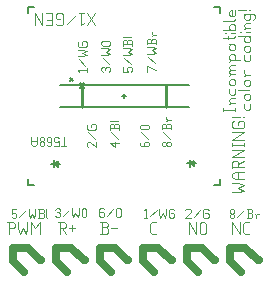
<source format=gbr>
G04 start of page 10 for group -4079 idx -4079 *
G04 Title: (unknown), topsilk *
G04 Creator: pcb 4.2.0 *
G04 CreationDate: Mon Aug 31 02:34:49 2020 UTC *
G04 For: commonadmin *
G04 Format: Gerber/RS-274X *
G04 PCB-Dimensions (mil): 1000.00 1100.00 *
G04 PCB-Coordinate-Origin: lower left *
%MOIN*%
%FSLAX25Y25*%
%LNTOPSILK*%
%ADD106C,0.0250*%
%ADD105C,0.0100*%
%ADD104C,0.0050*%
%ADD103C,0.0040*%
%ADD102C,0.0030*%
%ADD101C,0.0060*%
G54D101*X30753Y72762D02*X29178Y74337D01*
X30753D02*X29178Y72762D01*
G54D102*X23092Y53394D02*X24592D01*
X23842Y56394D02*Y53394D01*
X20692D02*X22192D01*
Y54894D02*Y53394D01*
Y54894D02*X21817Y54519D01*
X21067D02*X21817D01*
X21067D02*X20692Y54894D01*
Y56019D02*Y54894D01*
X21067Y56394D02*X20692Y56019D01*
X21067Y56394D02*X21817D01*
X22192Y56019D02*X21817Y56394D01*
X18667Y53394D02*X18292Y53769D01*
X18667Y53394D02*X19417D01*
X19792Y53769D02*X19417Y53394D01*
X19792Y56019D02*Y53769D01*
Y56019D02*X19417Y56394D01*
X18667Y54744D02*X18292Y55119D01*
X18667Y54744D02*X19792D01*
X18667Y56394D02*X19417D01*
X18667D02*X18292Y56019D01*
Y55119D01*
X17392Y56019D02*X17017Y56394D01*
X17392Y56019D02*Y55419D01*
X16867Y54894D01*
X16417D02*X16867D01*
X16417D02*X15892Y55419D01*
Y56019D02*Y55419D01*
X16267Y56394D02*X15892Y56019D01*
X16267Y56394D02*X17017D01*
X17392Y54369D02*X16867Y54894D01*
X17392Y54369D02*Y53769D01*
X17017Y53394D01*
X16267D02*X17017D01*
X16267D02*X15892Y53769D01*
Y54369D02*Y53769D01*
X16417Y54894D02*X15892Y54369D01*
X14992Y56394D02*Y54144D01*
X14467Y53394D01*
X13642D02*X14467D01*
X13642D02*X13117Y54144D01*
Y56394D02*Y54144D01*
Y54894D02*X14992D01*
X31957Y52900D02*X31582Y53275D01*
Y54400D02*Y53275D01*
Y54400D02*X31957Y54775D01*
X32707D01*
X34582Y52900D02*X32707Y54775D01*
X34582D02*Y52900D01*
X34207Y55675D02*X31957Y57925D01*
X31582Y60325D02*X31957Y60700D01*
X31582Y60325D02*Y59200D01*
X31957Y58825D02*X31582Y59200D01*
X31957Y58825D02*X34207D01*
X34582Y59200D01*
Y60325D02*Y59200D01*
Y60325D02*X34207Y60700D01*
X33457D02*X34207D01*
X33082Y60325D02*X33457Y60700D01*
X33082Y60325D02*Y59575D01*
X41114Y52900D02*X39239Y54400D01*
X41114Y54775D02*Y52900D01*
X39239Y54400D02*X42239D01*
X41864Y55675D02*X39614Y57925D01*
X42239Y60325D02*Y58825D01*
Y60325D02*X41864Y60700D01*
X40964D02*X41864D01*
X40589Y60325D02*X40964Y60700D01*
X40589Y60325D02*Y59200D01*
X39239D02*X42239D01*
X39239Y60325D02*Y58825D01*
Y60325D02*X39614Y60700D01*
X40214D01*
X40589Y60325D02*X40214Y60700D01*
X39239Y61600D02*X41864D01*
X42239Y61975D01*
X49397Y54418D02*X49772Y54793D01*
X49397Y54418D02*Y53668D01*
X49772Y53293D02*X49397Y53668D01*
X49772Y53293D02*X52022D01*
X52397Y53668D01*
X50747Y54418D02*X51122Y54793D01*
X50747Y54418D02*Y53293D01*
X52397Y54418D02*Y53668D01*
Y54418D02*X52022Y54793D01*
X51122D02*X52022D01*
Y55693D02*X49772Y57943D01*
Y58843D02*X52022D01*
X49772D02*X49397Y59218D01*
Y59968D02*Y59218D01*
Y59968D02*X49772Y60343D01*
X52022D01*
X52397Y59968D02*X52022Y60343D01*
X52397Y59968D02*Y59218D01*
X52022Y58843D02*X52397Y59218D01*
X59286Y53293D02*X59661Y53668D01*
X58686Y53293D02*X59286D01*
X58686D02*X58161Y53818D01*
Y54268D02*Y53818D01*
Y54268D02*X58686Y54793D01*
X59286D01*
X59661Y54418D02*X59286Y54793D01*
X59661Y54418D02*Y53668D01*
X57636Y53293D02*X58161Y53818D01*
X57036Y53293D02*X57636D01*
X57036D02*X56661Y53668D01*
Y54418D02*Y53668D01*
Y54418D02*X57036Y54793D01*
X57636D01*
X58161Y54268D02*X57636Y54793D01*
X59286Y55693D02*X57036Y57943D01*
X59661Y60343D02*Y58843D01*
Y60343D02*X59286Y60718D01*
X58386D02*X59286D01*
X58011Y60343D02*X58386Y60718D01*
X58011Y60343D02*Y59218D01*
X56661D02*X59661D01*
X56661Y60343D02*Y58843D01*
Y60343D02*X57036Y60718D01*
X57636D01*
X58011Y60343D02*X57636Y60718D01*
X58536Y61993D02*X59661D01*
X58536D02*X58161Y62368D01*
Y63118D02*Y62368D01*
Y61618D02*X58536Y61993D01*
G54D103*X80000Y28000D02*Y24000D01*
Y28000D02*X82500Y24000D01*
Y28000D02*Y24000D01*
X84400D02*X85700D01*
X83700Y24700D02*X84400Y24000D01*
X83700Y27300D02*Y24700D01*
Y27300D02*X84400Y28000D01*
X85700D01*
G54D102*X79293Y29714D02*X79668Y29339D01*
X79293Y30314D02*Y29714D01*
Y30314D02*X79818Y30839D01*
X80268D01*
X80793Y30314D01*
Y29714D01*
X80418Y29339D02*X80793Y29714D01*
X79668Y29339D02*X80418D01*
X79293Y31364D02*X79818Y30839D01*
X79293Y31964D02*Y31364D01*
Y31964D02*X79668Y32339D01*
X80418D01*
X80793Y31964D01*
Y31364D01*
X80268Y30839D02*X80793Y31364D01*
X81693Y29714D02*X83943Y31964D01*
X84843Y29339D02*X86343D01*
X86718Y29714D01*
Y30614D02*Y29714D01*
X86343Y30989D02*X86718Y30614D01*
X85218Y30989D02*X86343D01*
X85218Y32339D02*Y29339D01*
X84843Y32339D02*X86343D01*
X86718Y31964D01*
Y31364D01*
X86343Y30989D02*X86718Y31364D01*
X87993Y30464D02*Y29339D01*
Y30464D02*X88368Y30839D01*
X89118D01*
X87618D02*X87993Y30464D01*
G54D103*X80000Y38000D02*X82000D01*
X84000Y38500D01*
X82000Y39500D01*
X84000Y40500D01*
X82000Y41000D01*
X80000D02*X82000D01*
X81000Y42200D02*X84000D01*
X81000D02*X80000Y42900D01*
Y44000D02*Y42900D01*
Y44000D02*X81000Y44700D01*
X84000D01*
X82000D02*Y42200D01*
X80000Y47900D02*Y45900D01*
Y47900D02*X80500Y48400D01*
X81500D01*
X82000Y47900D02*X81500Y48400D01*
X82000Y47900D02*Y46400D01*
X80000D02*X84000D01*
X82000Y47200D02*X84000Y48400D01*
X80000Y49600D02*X84000D01*
X80000D02*X84000Y52100D01*
X80000D02*X84000D01*
X80000Y54300D02*Y53300D01*
Y53800D02*X84000D01*
Y54300D02*Y53300D01*
X80000Y55500D02*X84000D01*
X80000D02*X84000Y58000D01*
X80000D02*X84000D01*
X80000Y61200D02*X80500Y61700D01*
X80000Y61200D02*Y59700D01*
X80500Y59200D02*X80000Y59700D01*
X80500Y59200D02*X83500D01*
X84000Y59700D01*
Y61200D02*Y59700D01*
Y61200D02*X83500Y61700D01*
X82500D02*X83500D01*
X82000Y61200D02*X82500Y61700D01*
X82000Y61200D02*Y60200D01*
X83500Y62900D02*X84000D01*
X80000D02*X82500D01*
X65500Y28000D02*Y24000D01*
Y28000D02*X68000Y24000D01*
Y28000D02*Y24000D01*
X69200Y27500D02*Y24500D01*
Y27500D02*X69700Y28000D01*
X70700D01*
X71200Y27500D01*
Y24500D01*
X70700Y24000D02*X71200Y24500D01*
X69700Y24000D02*X70700D01*
X69200Y24500D02*X69700Y24000D01*
X53200D02*X54500D01*
X52500Y24700D02*X53200Y24000D01*
X52500Y27300D02*Y24700D01*
Y27300D02*X53200Y28000D01*
X54500D01*
X36000Y24000D02*X38000D01*
X38500Y24500D01*
Y25700D02*Y24500D01*
X38000Y26200D02*X38500Y25700D01*
X36500Y26200D02*X38000D01*
X36500Y28000D02*Y24000D01*
X36000Y28000D02*X38000D01*
X38500Y27500D01*
Y26700D01*
X38000Y26200D02*X38500Y26700D01*
X39700Y26000D02*X41700D01*
X22000Y28000D02*X24000D01*
X24500Y27500D01*
Y26500D01*
X24000Y26000D02*X24500Y26500D01*
X22500Y26000D02*X24000D01*
X22500Y28000D02*Y24000D01*
X23300Y26000D02*X24500Y24000D01*
X25700Y26000D02*X27700D01*
X26700Y27000D02*Y25000D01*
X5500Y28000D02*Y24000D01*
X5000Y28000D02*X7000D01*
X7500Y27500D01*
Y26500D01*
X7000Y26000D02*X7500Y26500D01*
X5500Y26000D02*X7000D01*
X8700Y28000D02*Y26000D01*
X9200Y24000D01*
X10200Y26000D01*
X11200Y24000D01*
X11700Y26000D01*
Y28000D02*Y26000D01*
X12900Y28000D02*Y24000D01*
Y28000D02*X14400Y26000D01*
X15900Y28000D01*
Y24000D01*
G54D102*X21136Y32161D02*X21511Y32536D01*
X22261D01*
X22636Y32161D01*
X22261Y29536D02*X22636Y29911D01*
X21511Y29536D02*X22261D01*
X21136Y29911D02*X21511Y29536D01*
Y31186D02*X22261D01*
X22636Y32161D02*Y31561D01*
Y30811D02*Y29911D01*
Y30811D02*X22261Y31186D01*
X22636Y31561D02*X22261Y31186D01*
X23536Y29911D02*X25786Y32161D01*
X26686Y32536D02*Y31036D01*
X27061Y29536D01*
X27811Y31036D01*
X28561Y29536D01*
X28936Y31036D01*
Y32536D02*Y31036D01*
X29836Y32161D02*Y29911D01*
Y32161D02*X30211Y32536D01*
X30961D01*
X31336Y32161D01*
Y29911D01*
X30961Y29536D02*X31336Y29911D01*
X30211Y29536D02*X30961D01*
X29836Y29911D02*X30211Y29536D01*
X6636Y32272D02*X8136D01*
X6636D02*Y30772D01*
X7011Y31147D01*
X7761D01*
X8136Y30772D01*
Y29647D01*
X7761Y29272D02*X8136Y29647D01*
X7011Y29272D02*X7761D01*
X6636Y29647D02*X7011Y29272D01*
X9036Y29647D02*X11286Y31897D01*
X12186Y32272D02*Y30772D01*
X12561Y29272D01*
X13311Y30772D01*
X14061Y29272D01*
X14436Y30772D01*
Y32272D02*Y30772D01*
X15336Y29272D02*X16836D01*
X17211Y29647D01*
Y30547D02*Y29647D01*
X16836Y30922D02*X17211Y30547D01*
X15711Y30922D02*X16836D01*
X15711Y32272D02*Y29272D01*
X15336Y32272D02*X16836D01*
X17211Y31897D01*
Y31297D01*
X16836Y30922D02*X17211Y31297D01*
X18111Y32272D02*Y29647D01*
X18486Y29272D01*
X36918Y32603D02*X37293Y32228D01*
X36168Y32603D02*X36918D01*
X35793Y32228D02*X36168Y32603D01*
X35793Y32228D02*Y29978D01*
X36168Y29603D01*
X36918Y31253D02*X37293Y30878D01*
X35793Y31253D02*X36918D01*
X36168Y29603D02*X36918D01*
X37293Y29978D01*
Y30878D02*Y29978D01*
X38193D02*X40443Y32228D01*
X41343D02*Y29978D01*
Y32228D02*X41718Y32603D01*
X42468D01*
X42843Y32228D01*
Y29978D01*
X42468Y29603D02*X42843Y29978D01*
X41718Y29603D02*X42468D01*
X41343Y29978D02*X41718Y29603D01*
X50577Y31889D02*X51177Y32489D01*
Y29489D01*
X50577D02*X51702D01*
X52602Y29864D02*X54852Y32114D01*
X55752Y32489D02*Y30989D01*
X56127Y29489D01*
X56877Y30989D01*
X57627Y29489D01*
X58002Y30989D01*
Y32489D02*Y30989D01*
X60402Y32489D02*X60777Y32114D01*
X59277Y32489D02*X60402D01*
X58902Y32114D02*X59277Y32489D01*
X58902Y32114D02*Y29864D01*
X59277Y29489D01*
X60402D01*
X60777Y29864D01*
Y30614D02*Y29864D01*
X60402Y30989D02*X60777Y30614D01*
X59652Y30989D02*X60402D01*
X64400Y32043D02*X64775Y32418D01*
X65900D01*
X66275Y32043D01*
Y31293D01*
X64400Y29418D02*X66275Y31293D01*
X64400Y29418D02*X66275D01*
X67175Y29793D02*X69425Y32043D01*
X71825Y32418D02*X72200Y32043D01*
X70700Y32418D02*X71825D01*
X70325Y32043D02*X70700Y32418D01*
X70325Y32043D02*Y29793D01*
X70700Y29418D01*
X71825D01*
X72200Y29793D01*
Y30543D02*Y29793D01*
X71825Y30918D02*X72200Y30543D01*
X71075Y30918D02*X71825D01*
X29111Y78077D02*X28511Y78677D01*
X31511D01*
Y79202D02*Y78077D01*
X31136Y80102D02*X28886Y82352D01*
X28511Y83252D02*X30011D01*
X31511Y83627D01*
X30011Y84377D01*
X31511Y85127D01*
X30011Y85502D01*
X28511D02*X30011D01*
X28511Y87902D02*X28886Y88277D01*
X28511Y87902D02*Y86777D01*
X28886Y86402D02*X28511Y86777D01*
X28886Y86402D02*X31136D01*
X31511Y86777D01*
Y87902D02*Y86777D01*
Y87902D02*X31136Y88277D01*
X30386D02*X31136D01*
X30011Y87902D02*X30386Y88277D01*
X30011Y87902D02*Y87152D01*
X36839Y78136D02*X36464Y78511D01*
Y79261D02*Y78511D01*
Y79261D02*X36839Y79636D01*
X39464Y79261D02*X39089Y79636D01*
X39464Y79261D02*Y78511D01*
X39089Y78136D02*X39464Y78511D01*
X37814Y79261D02*Y78511D01*
X36839Y79636D02*X37439D01*
X38189D02*X39089D01*
X38189D02*X37814Y79261D01*
X37439Y79636D02*X37814Y79261D01*
X39089Y80536D02*X36839Y82786D01*
X36464Y83686D02*X37964D01*
X39464Y84061D01*
X37964Y84811D01*
X39464Y85561D01*
X37964Y85936D01*
X36464D02*X37964D01*
X36839Y86836D02*X39089D01*
X36839D02*X36464Y87211D01*
Y87961D02*Y87211D01*
Y87961D02*X36839Y88336D01*
X39089D01*
X39464Y87961D02*X39089Y88336D01*
X39464Y87961D02*Y87211D01*
X39089Y86836D02*X39464Y87211D01*
X43728Y79636D02*Y78136D01*
X45228D01*
X44853Y78511D01*
Y79261D02*Y78511D01*
Y79261D02*X45228Y79636D01*
X46353D01*
X46728Y79261D02*X46353Y79636D01*
X46728Y79261D02*Y78511D01*
X46353Y78136D02*X46728Y78511D01*
X46353Y80536D02*X44103Y82786D01*
X43728Y83686D02*X45228D01*
X46728Y84061D01*
X45228Y84811D01*
X46728Y85561D01*
X45228Y85936D01*
X43728D02*X45228D01*
X46728Y88336D02*Y86836D01*
Y88336D02*X46353Y88711D01*
X45453D02*X46353D01*
X45078Y88336D02*X45453Y88711D01*
X45078Y88336D02*Y87211D01*
X43728D02*X46728D01*
X43728Y88336D02*Y86836D01*
Y88336D02*X44103Y88711D01*
X44703D01*
X45078Y88336D02*X44703Y88711D01*
X43728Y89611D02*X46353D01*
X46728Y89986D01*
X54779Y78511D02*X51779Y80011D01*
Y78136D01*
X54404Y80911D02*X52154Y83161D01*
X51779Y84061D02*X53279D01*
X54779Y84436D01*
X53279Y85186D01*
X54779Y85936D01*
X53279Y86311D01*
X51779D02*X53279D01*
X54779Y88711D02*Y87211D01*
Y88711D02*X54404Y89086D01*
X53504D02*X54404D01*
X53129Y88711D02*X53504Y89086D01*
X53129Y88711D02*Y87586D01*
X51779D02*X54779D01*
X51779Y88711D02*Y87211D01*
Y88711D02*X52154Y89086D01*
X52754D01*
X53129Y88711D02*X52754Y89086D01*
X53654Y90361D02*X54779D01*
X53654D02*X53279Y90736D01*
Y91486D02*Y90736D01*
Y89986D02*X53654Y90361D01*
G54D103*X84000Y67500D02*Y66000D01*
X84500Y65500D02*X84000Y66000D01*
X84500Y65500D02*X85500D01*
X86000Y66000D01*
Y67500D02*Y66000D01*
X84500Y68700D02*X85500D01*
X84500D02*X84000Y69200D01*
Y70200D02*Y69200D01*
Y70200D02*X84500Y70700D01*
X85500D01*
X86000Y70200D02*X85500Y70700D01*
X86000Y70200D02*Y69200D01*
X85500Y68700D02*X86000Y69200D01*
X82000Y71900D02*X85500D01*
X86000Y72400D01*
X84500Y73400D02*X85500D01*
X84500D02*X84000Y73900D01*
Y74900D02*Y73900D01*
Y74900D02*X84500Y75400D01*
X85500D01*
X86000Y74900D02*X85500Y75400D01*
X86000Y74900D02*Y73900D01*
X85500Y73400D02*X86000Y73900D01*
X84500Y77100D02*X86000D01*
X84500D02*X84000Y77600D01*
Y78600D02*Y77600D01*
Y76600D02*X84500Y77100D01*
X84000Y83600D02*Y82100D01*
X84500Y81600D02*X84000Y82100D01*
X84500Y81600D02*X85500D01*
X86000Y82100D01*
Y83600D02*Y82100D01*
X84500Y84800D02*X85500D01*
X84500D02*X84000Y85300D01*
Y86300D02*Y85300D01*
Y86300D02*X84500Y86800D01*
X85500D01*
X86000Y86300D02*X85500Y86800D01*
X86000Y86300D02*Y85300D01*
X85500Y84800D02*X86000Y85300D01*
X82000Y90000D02*X86000D01*
Y89500D02*X85500Y90000D01*
X86000Y89500D02*Y88500D01*
X85500Y88000D02*X86000Y88500D01*
X84500Y88000D02*X85500D01*
X84500D02*X84000Y88500D01*
Y89500D02*Y88500D01*
Y89500D02*X84500Y90000D01*
G54D104*X83000Y91200D02*X83100D01*
G54D103*X84500D02*X86000D01*
X84500Y92700D02*X86000D01*
X84500D02*X84000Y93200D01*
Y93700D02*Y93200D01*
Y93700D02*X84500Y94200D01*
X86000D01*
X84000Y92200D02*X84500Y92700D01*
X84000Y96900D02*X84500Y97400D01*
X84000Y96900D02*Y95900D01*
X84500Y95400D02*X84000Y95900D01*
X84500Y95400D02*X85500D01*
X86000Y95900D01*
Y96900D02*Y95900D01*
Y96900D02*X85500Y97400D01*
X87000Y95400D02*X87500Y95900D01*
Y96900D02*Y95900D01*
Y96900D02*X87000Y97400D01*
X84000D02*X87000D01*
X85500Y98600D02*X86000D01*
X82000D02*X84500D01*
X77000Y66000D02*Y65000D01*
Y65500D02*X81000D01*
Y66000D02*Y65000D01*
X79500Y67700D02*X81000D01*
X79500D02*X79000Y68200D01*
Y68700D02*Y68200D01*
Y68700D02*X79500Y69200D01*
X81000D01*
X79000Y67200D02*X79500Y67700D01*
X79000Y72400D02*Y70900D01*
X79500Y70400D02*X79000Y70900D01*
X79500Y70400D02*X80500D01*
X81000Y70900D01*
Y72400D02*Y70900D01*
X79500Y73600D02*X80500D01*
X79500D02*X79000Y74100D01*
Y75100D02*Y74100D01*
Y75100D02*X79500Y75600D01*
X80500D01*
X81000Y75100D02*X80500Y75600D01*
X81000Y75100D02*Y74100D01*
X80500Y73600D02*X81000Y74100D01*
X79500Y77300D02*X81000D01*
X79500D02*X79000Y77800D01*
Y78300D02*Y77800D01*
Y78300D02*X79500Y78800D01*
X81000D01*
X79500D02*X79000Y79300D01*
Y79800D02*Y79300D01*
Y79800D02*X79500Y80300D01*
X81000D01*
X79000Y76800D02*X79500Y77300D01*
Y82000D02*X82500D01*
X79000Y81500D02*X79500Y82000D01*
X79000Y82500D01*
Y83500D02*Y82500D01*
Y83500D02*X79500Y84000D01*
X80500D01*
X81000Y83500D02*X80500Y84000D01*
X81000Y83500D02*Y82500D01*
X80500Y82000D02*X81000Y82500D01*
X79000Y86700D02*X79500Y87200D01*
X79000Y86700D02*Y85700D01*
X79500Y85200D02*X79000Y85700D01*
X79500Y85200D02*X80500D01*
X81000Y85700D01*
X79000Y87200D02*X80500D01*
X81000Y87700D01*
Y86700D02*Y85700D01*
Y86700D02*X80500Y87200D01*
X77000Y89400D02*X80500D01*
X81000Y89900D01*
X78500D02*Y88900D01*
G54D104*X78000Y90900D02*X78100D01*
G54D103*X79500D02*X81000D01*
X77000Y91900D02*X81000D01*
X80500D02*X81000Y92400D01*
Y93400D02*Y92400D01*
Y93400D02*X80500Y93900D01*
X79500D02*X80500D01*
X79000Y93400D02*X79500Y93900D01*
X79000Y93400D02*Y92400D01*
X79500Y91900D02*X79000Y92400D01*
X77000Y95100D02*X80500D01*
X81000Y95600D01*
Y98600D02*Y97100D01*
X80500Y96600D02*X81000Y97100D01*
X79500Y96600D02*X80500D01*
X79500D02*X79000Y97100D01*
Y98100D02*Y97100D01*
Y98100D02*X79500Y98600D01*
X80000D02*Y96600D01*
X79500Y98600D02*X80000D01*
G54D101*X67244Y47520D02*X68031D01*
X65079D02*X65866D01*
Y48701D02*Y46339D01*
X67244Y48504D02*Y46535D01*
X66260Y47520D02*X67244Y48504D01*
Y46535D02*X66260Y47520D01*
X21949Y46461D02*X20965Y47445D01*
X21949Y48429D01*
Y46461D01*
X20571Y48626D02*Y46264D01*
X19783Y47445D02*X20571D01*
X21949D02*X22736D01*
G54D105*X30039Y73543D02*Y66457D01*
X57992Y73543D02*Y66457D01*
G54D101*X22559Y73543D02*X65669D01*
X22559Y66457D02*X65669D01*
X43228Y70000D02*X44803D01*
X44016Y70787D02*Y69213D01*
X75906Y99528D02*Y97559D01*
X73937Y99528D02*X75906D01*
X12126D02*Y97559D01*
Y99528D02*X14094D01*
X75906Y42441D02*Y40472D01*
X73937D02*X75906D01*
X12126Y42441D02*Y40472D01*
X14094D01*
X26890Y75118D02*X25906Y76102D01*
X26890D02*X25906Y75118D01*
G54D106*X6957Y18980D02*Y15043D01*
X10500Y11500D01*
X6957Y19500D02*X11949D01*
X16406Y15437D02*X16012D01*
X11949Y19500D02*X16012Y15437D01*
X21457Y18980D02*Y15043D01*
X25000Y11500D01*
X21457Y19500D02*X26449D01*
X30906Y15437D02*X30512D01*
X26449Y19500D02*X30512Y15437D01*
X35957Y18980D02*Y15043D01*
X39500Y11500D01*
X35957Y19500D02*X40949D01*
X45406Y15437D02*X45012D01*
X40949Y19500D02*X45012Y15437D01*
X50457Y18980D02*Y15043D01*
X54000Y11500D01*
X50457Y19500D02*X55449D01*
X59906Y15437D02*X59512D01*
X55449Y19500D02*X59512Y15437D01*
X64957Y18980D02*Y15043D01*
X68500Y11500D01*
X64957Y19500D02*X69949D01*
X74406Y15437D02*X74012D01*
X69949Y19500D02*X74012Y15437D01*
X79457Y18980D02*Y15043D01*
X83000Y11500D01*
X79457Y19500D02*X84449D01*
X88906Y15437D02*X88512D01*
X84449Y19500D02*X88512Y15437D01*
G54D103*X34286Y97540D02*X31786Y93540D01*
X34286D02*X31786Y97540D01*
X30586Y94340D02*X29786Y93540D01*
Y97540D02*Y93540D01*
X29086Y97540D02*X30586D01*
X27886Y97040D02*X24886Y94040D01*
X21686Y93540D02*X21186Y94040D01*
X21686Y93540D02*X23186D01*
X23686Y94040D02*X23186Y93540D01*
X23686Y97040D02*Y94040D01*
Y97040D02*X23186Y97540D01*
X21686D02*X23186D01*
X21686D02*X21186Y97040D01*
Y96040D01*
X21686Y95540D02*X21186Y96040D01*
X21686Y95540D02*X22686D01*
X18486Y95340D02*X19986D01*
X17986Y97540D02*X19986D01*
Y93540D01*
X17986D02*X19986D01*
X16786Y97540D02*Y93540D01*
X14286Y97540D01*
Y93540D01*
M02*

</source>
